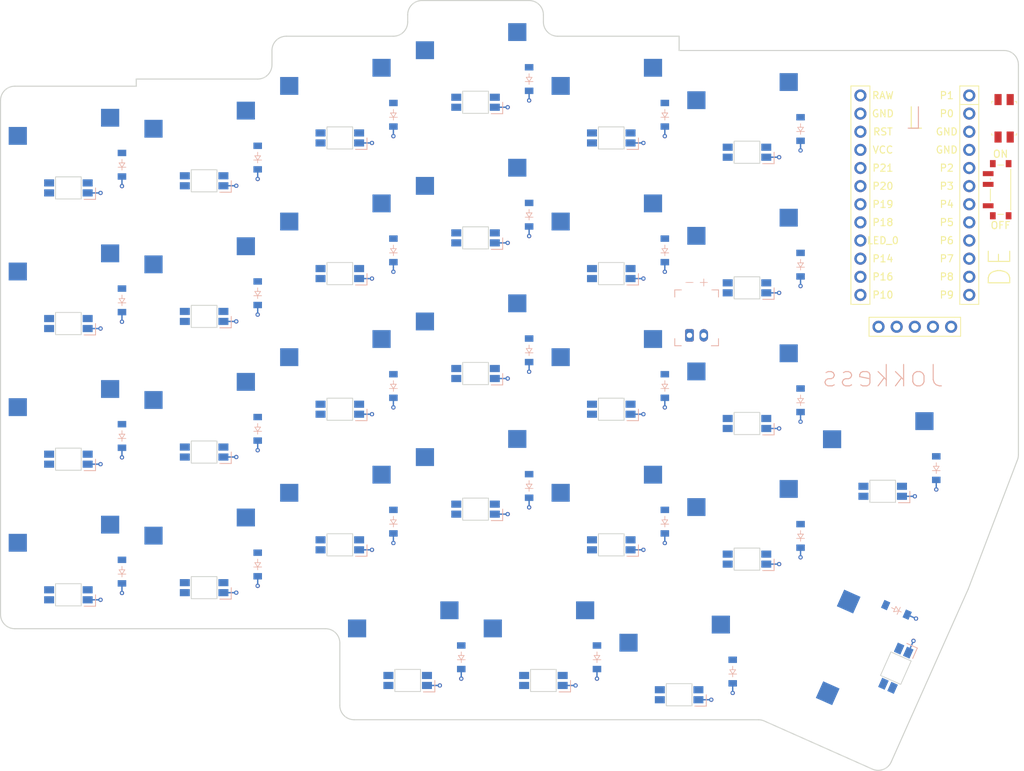
<source format=kicad_pcb>
(kicad_pcb (version 20240108) (generator "ergogen") (generator_version "4.1.0")
  (title_block (title "left") (date "2024-12-19") (rev "0.1") (company "jokkess"))
  (layers (0 "F.Cu" signal) (31 "B.Cu" signal) (34 "B.Paste" user) (35 "F.Paste" user) (36 "B.SilkS" user "B.Silkscreen") (37 "F.SilkS" user "F.Silkscreen") (38 "B.Mask" user) (39 "F.Mask" user) (44 "Edge.Cuts" user))
  (net 0 "")
  (net 1 "P1")
  (net 2 "outer_bottom")
  (net 3 "GND")
  (net 4 "D1")
  (net 5 "D2")
  (net 6 "outer_home")
  (net 7 "outer_top")
  (net 8 "outer_number")
  (net 9 "P0")
  (net 10 "pinky_bottom")
  (net 11 "pinky_home")
  (net 12 "pinky_top")
  (net 13 "pinky_number")
  (net 14 "P2")
  (net 15 "ring_bottom")
  (net 16 "ring_home")
  (net 17 "ring_top")
  (net 18 "ring_number")
  (net 19 "P3")
  (net 20 "middle_bottom")
  (net 21 "middle_home")
  (net 22 "middle_top")
  (net 23 "middle_number")
  (net 24 "P4")
  (net 25 "index_bottom")
  (net 26 "index_home")
  (net 27 "index_top")
  (net 28 "index_number")
  (net 29 "P20")
  (net 30 "inner_bottom")
  (net 31 "inner_home")
  (net 32 "inner_top")
  (net 33 "inner_number")
  (net 34 "near_bottom")
  (net 35 "home_bottom")
  (net 36 "far_bottom")
  (net 37 "double_bottom")
  (net 38 "main_main")
  (net 39 "VCC")
  (net 40 "LED_26")
  (net 41 "LED_25")
  (net 42 "LED_27")
  (net 43 "LED_28")
  (net 44 "LED_29")
  (net 45 "LED_24")
  (net 46 "LED_23")
  (net 47 "LED_22")
  (net 48 "LED_21")
  (net 49 "LED_18")
  (net 50 "LED_17")
  (net 51 "LED_19")
  (net 52 "LED_20")
  (net 53 "LED_15")
  (net 54 "LED_14")
  (net 55 "LED_13")
  (net 56 "LED_12")
  (net 57 "LED_11")
  (net 58 "LED_8")
  (net 59 "LED_7")
  (net 60 "LED_9")
  (net 61 "LED_10")
  (net 62 "LED_4")
  (net 63 "LED_3")
  (net 64 "LED_2")
  (net 65 "LED_1")
  (net 66 "LED_0")
  (net 67 "LED_16")
  (net 68 "LED_6")
  (net 69 "LED_5")
  (net 70 "RAW")
  (net 71 "RST")
  (net 72 "P21")
  (net 73 "P19")
  (net 74 "P18")
  (net 75 "P14")
  (net 76 "P16")
  (net 77 "P10")
  (net 78 "P5")
  (net 79 "P6")
  (net 80 "P7")
  (net 81 "P8")
  (net 82 "P9")
  (net 83 "P101")
  (net 84 "P102")
  (net 85 "P107")
  (net 86 "MCU1_24")
  (net 87 "MCU1_1")
  (net 88 "MCU1_23")
  (net 89 "MCU1_2")
  (net 90 "MCU1_22")
  (net 91 "MCU1_3")
  (net 92 "MCU1_21")
  (net 93 "MCU1_4")
  (net 94 "MCU1_20")
  (net 95 "MCU1_5")
  (net 96 "MCU1_19")
  (net 97 "MCU1_6")
  (net 98 "MCU1_18")
  (net 99 "MCU1_7")
  (net 100 "MCU1_17")
  (net 101 "MCU1_8")
  (net 102 "MCU1_16")
  (net 103 "MCU1_9")
  (net 104 "MCU1_15")
  (net 105 "MCU1_10")
  (net 106 "MCU1_14")
  (net 107 "MCU1_11")
  (net 108 "MCU1_13")
  (net 109 "MCU1_12")
  (net 110 "DISP1_1")
  (net 111 "DISP1_2")
  (net 112 "DISP1_4")
  (net 113 "DISP1_5")
  (net 114 "pos")
  (net 115 "JST1_1")
  (net 116 "JST1_2")
  (footprint "ceoloide:switch_mx" (layer "B.Cu") (at 148 170 0)
    (property "Reference" "S1" hide)
  )
  (footprint "ceoloide:switch_mx" (layer "B.Cu") (at 148 151 0)
    (property "Reference" "S2" hide)
  )
  (footprint "ceoloide:switch_mx" (layer "B.Cu") (at 148 132 0)
    (property "Reference" "S3" hide)
  )
  (footprint "ceoloide:switch_mx" (layer "B.Cu") (at 148 113 0)
    (property "Reference" "S4" hide)
  )
  (footprint "ceoloide:switch_mx" (layer "B.Cu") (at 167 169 0)
    (property "Reference" "S5" hide)
  )
  (footprint "ceoloide:switch_mx" (layer "B.Cu") (at 167 150 0)
    (property "Reference" "S6" hide)
  )
  (footprint "ceoloide:switch_mx" (layer "B.Cu") (at 167 131 0)
    (property "Reference" "S7" hide)
  )
  (footprint "ceoloide:switch_mx" (layer "B.Cu") (at 167 112 0)
    (property "Reference" "S8" hide)
  )
  (footprint "ceoloide:switch_mx" (layer "B.Cu") (at 186 163 0)
    (property "Reference" "S9" hide)
  )
  (footprint "ceoloide:switch_mx" (layer "B.Cu") (at 186 144 0)
    (property "Reference" "S10" hide)
  )
  (footprint "ceoloide:switch_mx" (layer "B.Cu") (at 186 125 0)
    (property "Reference" "S11" hide)
  )
  (footprint "ceoloide:switch_mx" (layer "B.Cu") (at 186 106 0)
    (property "Reference" "S12" hide)
  )
  (footprint "ceoloide:switch_mx" (layer "B.Cu") (at 205 158 0)
    (property "Reference" "S13" hide)
  )
  (footprint "ceoloide:switch_mx" (layer "B.Cu") (at 205 139 0)
    (property "Reference" "S14" hide)
  )
  (footprint "ceoloide:switch_mx" (layer "B.Cu") (at 205 120 0)
    (property "Reference" "S15" hide)
  )
  (footprint "ceoloide:switch_mx" (layer "B.Cu") (at 205 101 0)
    (property "Reference" "S16" hide)
  )
  (footprint "ceoloide:switch_mx" (layer "B.Cu") (at 224 163 0)
    (property "Reference" "S17" hide)
  )
  (footprint "ceoloide:switch_mx" (layer "B.Cu") (at 224 144 0)
    (property "Reference" "S18" hide)
  )
  (footprint "ceoloide:switch_mx" (layer "B.Cu") (at 224 125 0)
    (property "Reference" "S19" hide)
  )
  (footprint "ceoloide:switch_mx" (layer "B.Cu") (at 224 106 0)
    (property "Reference" "S20" hide)
  )
  (footprint "ceoloide:switch_mx" (layer "B.Cu") (at 243 165 0)
    (property "Reference" "S21" hide)
  )
  (footprint "ceoloide:switch_mx" (layer "B.Cu") (at 243 146 0)
    (property "Reference" "S22" hide)
  )
  (footprint "ceoloide:switch_mx" (layer "B.Cu") (at 243 127 0)
    (property "Reference" "S23" hide)
  )
  (footprint "ceoloide:switch_mx" (layer "B.Cu") (at 243 108 0)
    (property "Reference" "S24" hide)
  )
  (footprint "ceoloide:switch_mx" (layer "B.Cu") (at 195.5 182 0)
    (property "Reference" "S25" hide)
  )
  (footprint "ceoloide:switch_mx" (layer "B.Cu") (at 214.5 182 0)
    (property "Reference" "S26" hide)
  )
  (footprint "ceoloide:switch_mx" (layer "B.Cu") (at 233.5 184 0)
    (property "Reference" "S27" hide)
  )
  (footprint "ceoloide:switch_mx" (layer "B.Cu") (at 259.5 183.1 66)
    (property "Reference" "S28" hide)
  )
  (footprint "ceoloide:switch_mx" (layer "B.Cu") (at 262 155.5 0)
    (property "Reference" "S29" hide)
  )
  (footprint "ceoloide:led_SK6812mini-e (per-keysingle-side)" (layer "B.Cu") (at 148 174.75 180)
    (property "Reference" "LED1" hide)
    (fp_rect (start -1.8 -1.55) (end 1.8 1.55) (layer "Edge.Cuts") (stroke (width 0.12)) (fill none))
  )
  (segment (start 150.7 175.45) (end 152.5 175.45) (width 0.2) (layer "B.Cu") (net 3))
  (via (at 152.5 175.45) (size 0.6) (drill 0.3) (layers "F.Cu" "B.Cu") (net 3))
  (footprint "ceoloide:led_SK6812mini-e (per-keysingle-side)" (layer "B.Cu") (at 148 155.75 180)
    (property "Reference" "LED2" hide)
    (fp_rect (start -1.8 -1.55) (end 1.8 1.55) (layer "Edge.Cuts") (stroke (width 0.12)) (fill none))
  )
  (segment (start 150.7 156.45) (end 152.5 156.45) (width 0.2) (layer "B.Cu") (net 3))
  (via (at 152.5 156.45) (size 0.6) (drill 0.3) (layers "F.Cu" "B.Cu") (net 3))
  (footprint "ceoloide:led_SK6812mini-e (per-keysingle-side)" (layer "B.Cu") (at 148 136.75 180)
    (property "Reference" "LED3" hide)
    (fp_rect (start -1.8 -1.55) (end 1.8 1.55) (layer "Edge.Cuts") (stroke (width 0.12)) (fill none))
  )
  (segment (start 150.7 137.45) (end 152.5 137.45) (width 0.2) (layer "B.Cu") (net 3))
  (via (at 152.5 137.45) (size 0.6) (drill 0.3) (layers "F.Cu" "B.Cu") (net 3))
  (footprint "ceoloide:led_SK6812mini-e (per-keysingle-side)" (layer "B.Cu") (at 148 117.75 180)
    (property "Reference" "LED4" hide)
    (fp_rect (start -1.8 -1.55) (end 1.8 1.55) (layer "Edge.Cuts") (stroke (width 0.12)) (fill none))
  )
  (segment (start 150.7 118.45) (end 152.5 118.45) (width 0.2) (layer "B.Cu") (net 3))
  (via (at 152.5 118.45) (size 0.6) (drill 0.3) (layers "F.Cu" "B.Cu") (net 3))
  (footprint "ceoloide:led_SK6812mini-e (per-keysingle-side)" (layer "B.Cu") (at 167 173.75 180)
    (property "Reference" "LED5" hide)
    (fp_rect (start -1.8 -1.55) (end 1.8 1.55) (layer "Edge.Cuts") (stroke (width 0.12)) (fill none))
  )
  (segment (start 169.7 174.45) (end 171.5 174.45) (width 0.2) (layer "B.Cu") (net 3))
  (via (at 171.5 174.45) (size 0.6) (drill 0.3) (layers "F.Cu" "B.Cu") (net 3))
  (footprint "ceoloide:led_SK6812mini-e (per-keysingle-side)" (layer "B.Cu") (at 167 154.75 180)
    (property "Reference" "LED6" hide)
    (fp_rect (start -1.8 -1.55) (end 1.8 1.55) (layer "Edge.Cuts") (stroke (width 0.12)) (fill none))
  )
  (segment (start 169.7 155.45) (end 171.5 155.45) (width 0.2) (layer "B.Cu") (net 3))
  (via (at 171.5 155.45) (size 0.6) (drill 0.3) (layers "F.Cu" "B.Cu") (net 3))
  (footprint "ceoloide:led_SK6812mini-e (per-keysingle-side)" (layer "B.Cu") (at 167 135.75 180)
    (property "Reference" "LED7" hide)
    (fp_rect (start -1.8 -1.55) (end 1.8 1.55) (layer "Edge.Cuts") (stroke (width 0.12)) (fill none))
  )
  (segment (start 169.7 136.45) (end 171.5 136.45) (width 0.2) (layer "B.Cu") (net 3))
  (via (at 171.5 136.45) (size 0.6) (drill 0.3) (layers "F.Cu" "B.Cu") (net 3))
  (footprint "ceoloide:led_SK6812mini-e (per-keysingle-side)" (layer "B.Cu") (at 167 116.75 180)
    (property "Reference" "LED8" hide)
    (fp_rect (start -1.8 -1.55) (end 1.8 1.55) (layer "Edge.Cuts") (stroke (width 0.12)) (fill none))
  )
  (segment (start 169.7 117.45) (end 171.5 117.45) (width 0.2) (layer "B.Cu") (net 3))
  (via (at 171.5 117.45) (size 0.6) (drill 0.3) (layers "F.Cu" "B.Cu") (net 3))
  (footprint "ceoloide:led_SK6812mini-e (per-keysingle-side)" (layer "B.Cu") (at 186 167.75 180)
    (property "Reference" "LED9" hide)
    (fp_rect (start -1.8 -1.55) (end 1.8 1.55) (layer "Edge.Cuts") (stroke (width 0.12)) (fill none))
  )
  (segment (start 188.7 168.45) (end 190.5 168.45) (width 0.2) (layer "B.Cu") (net 3))
  (via (at 190.5 168.45) (size 0.6) (drill 0.3) (layers "F.Cu" "B.Cu") (net 3))
  (footprint "ceoloide:led_SK6812mini-e (per-keysingle-side)" (layer "B.Cu") (at 186 148.75 180)
    (property "Reference" "LED10" hide)
    (fp_rect (start -1.8 -1.55) (end 1.8 1.55) (layer "Edge.Cuts") (stroke (width 0.12)) (fill none))
  )
  (segment (start 188.7 149.45) (end 190.5 149.45) (width 0.2) (layer "B.Cu") (net 3))
  (via (at 190.5 149.45) (size 0.6) (drill 0.3) (layers "F.Cu" "B.Cu") (net 3))
  (footprint "ceoloide:led_SK6812mini-e (per-keysingle-side)" (layer "B.Cu") (at 186 129.75 180)
    (property "Reference" "LED11" hide)
    (fp_rect (start -1.8 -1.55) (end 1.8 1.55) (layer "Edge.Cuts") (stroke (width 0.12)) (fill none))
  )
  (segment (start 188.7 130.45) (end 190.5 130.45) (width 0.2) (layer "B.Cu") (net 3))
  (via (at 190.5 130.45) (size 0.6) (drill 0.3) (layers "F.Cu" "B.Cu") (net 3))
  (footprint "ceoloide:led_SK6812mini-e (per-keysingle-side)" (layer "B.Cu") (at 186 110.75 180)
    (property "Reference" "LED12" hide)
    (fp_rect (start -1.8 -1.55) (end 1.8 1.55) (layer "Edge.Cuts") (stroke (width 0.12)) (fill none))
  )
  (segment (start 188.7 111.45) (end 190.5 111.45) (width 0.2) (layer "B.Cu") (net 3))
  (via (at 190.5 111.45) (size 0.6) (drill 0.3) (layers "F.Cu" "B.Cu") (net 3))
  (footprint "ceoloide:led_SK6812mini-e (per-keysingle-side)" (layer "B.Cu") (at 205 162.75 180)
    (property "Reference" "LED13" hide)
    (fp_rect (start -1.8 -1.55) (end 1.8 1.55) (layer "Edge.Cuts") (stroke (width 0.12)) (fill none))
  )
  (segment (start 207.7 163.45) (end 209.5 163.45) (width 0.2) (layer "B.Cu") (net 3))
  (via (at 209.5 163.45) (size 0.6) (drill 0.3) (layers "F.Cu" "B.Cu") (net 3))
  (footprint "ceoloide:led_SK6812mini-e (per-keysingle-side)" (layer "B.Cu") (at 205 143.75 180)
    (property "Reference" "LED14" hide)
    (fp_rect (start -1.8 -1.55) (end 1.8 1.55) (layer "Edge.Cuts") (stroke (width 0.12)) (fill none))
  )
  (segment (start 207.7 144.45) (end 209.5 144.45) (width 0.2) (layer "B.Cu") (net 3))
  (via (at 209.5 144.45) (size 0.6) (drill 0.3) (layers "F.Cu" "B.Cu") (net 3))
  (footprint "ceoloide:led_SK6812mini-e (per-keysingle-side)" (layer "B.Cu") (at 205 124.75 180)
    (property "Reference" "LED15" hide)
    (fp_rect (start -1.8 -1.55) (end 1.8 1.55) (layer "Edge.Cuts") (stroke (width 0.12)) (fill none))
  )
  (segment (start 207.7 125.45) (end 209.5 125.45) (width 0.2) (layer "B.Cu") (net 3))
  (via (at 209.5 125.45) (size 0.6) (drill 0.3) (layers "F.Cu" "B.Cu") (net 3))
  (footprint "ceoloide:led_SK6812mini-e (per-keysingle-side)" (layer "B.Cu") (at 205 105.75 180)
    (property "Reference" "LED16" hide)
    (fp_rect (start -1.8 -1.55) (end 1.8 1.55) (layer "Edge.Cuts") (stroke (width 0.12)) (fill none))
  )
  (segment (start 207.7 106.45) (end 209.5 106.45) (width 0.2) (layer "B.Cu") (net 3))
  (via (at 209.5 106.45) (size 0.6) (drill 0.3) (layers "F.Cu" "B.Cu") (net 3))
  (footprint "ceoloide:led_SK6812mini-e (per-keysingle-side)" (layer "B.Cu") (at 224 167.75 180)
    (property "Reference" "LED17" hide)
    (fp_rect (start -1.8 -1.55) (end 1.8 1.55) (layer "Edge.Cuts") (stroke (width 0.12)) (fill none))
  )
  (segment (start 226.7 168.45) (end 228.5 168.45) (width 0.2) (layer "B.Cu") (net 3))
  (via (at 228.5 168.45) (size 0.6) (drill 0.3) (layers "F.Cu" "B.Cu") (net 3))
  (footprint "ceoloide:led_SK6812mini-e (per-keysingle-side)" (layer "B.Cu") (at 224 148.75 180)
    (property "Reference" "LED18" hide)
    (fp_rect (start -1.8 -1.55) (end 1.8 1.55) (layer "Edge.Cuts") (stroke (width 0.12)) (fill none))
  )
  (segment (start 226.7 149.45) (end 228.5 149.45) (width 0.2) (layer "B.Cu") (net 3))
  (via (at 228.5 149.45) (size 0.6) (drill 0.3) (layers "F.Cu" "B.Cu") (net 3))
  (footprint "ceoloide:led_SK6812mini-e (per-keysingle-side)" (layer "B.Cu") (at 224 129.75 180)
    (property "Reference" "LED19" hide)
    (fp_rect (start -1.8 -1.55) (end 1.8 1.55) (layer "Edge.Cuts") (stroke (width 0.12)) (fill none))
  )
  (segment (start 226.7 130.45) (end 228.5 130.45) (width 0.2) (layer "B.Cu") (net 3))
  (via (at 228.5 130.45) (size 0.6) (drill 0.3) (layers "F.Cu" "B.Cu") (net 3))
  (footprint "ceoloide:led_SK6812mini-e (per-keysingle-side)" (layer "B.Cu") (at 224 110.75 180)
    (property "Reference" "LED20" hide)
    (fp_rect (start -1.8 -1.55) (end 1.8 1.55) (layer "Edge.Cuts") (stroke (width 0.12)) (fill none))
  )
  (segment (start 226.7 111.45) (end 228.5 111.45) (width 0.2) (layer "B.Cu") (net 3))
  (via (at 228.5 111.45) (size 0.6) (drill 0.3) (layers "F.Cu" "B.Cu") (net 3))
  (footprint "ceoloide:led_SK6812mini-e (per-keysingle-side)" (layer "B.Cu") (at 243 169.75 180)
    (property "Reference" "LED21" hide)
    (fp_rect (start -1.8 -1.55) (end 1.8 1.55) (layer "Edge.Cuts") (stroke (width 0.12)) (fill none))
  )
  (segment (start 245.7 170.45) (end 247.5 170.45) (width 0.2) (layer "B.Cu") (net 3))
  (via (at 247.5 170.45) (size 0.6) (drill 0.3) (layers "F.Cu" "B.Cu") (net 3))
  (footprint "ceoloide:led_SK6812mini-e (per-keysingle-side)" (layer "B.Cu") (at 243 150.75 180)
    (property "Reference" "LED22" hide)
    (fp_rect (start -1.8 -1.55) (end 1.8 1.55) (layer "Edge.Cuts") (stroke (width 0.12)) (fill none))
  )
  (segment (start 245.7 151.45) (end 247.5 151.45) (width 0.2) (layer "B.Cu") (net 3))
  (via (at 247.5 151.45) (size 0.6) (drill 0.3) (layers "F.Cu" "B.Cu") (net 3))
  (footprint "ceoloide:led_SK6812mini-e (per-keysingle-side)" (layer "B.Cu") (at 243 131.75 180)
    (property "Reference" "LED23" hide)
    (fp_rect (start -1.8 -1.55) (end 1.8 1.55) (layer "Edge.Cuts") (stroke (width 0.12)) (fill none))
  )
  (segment (start 245.7 132.45) (end 247.5 132.45) (width 0.2) (layer "B.Cu") (net 3))
  (via (at 247.5 132.45) (size 0.6) (drill 0.3) (layers "F.Cu" "B.Cu") (net 3))
  (footprint "ceoloide:led_SK6812mini-e (per-keysingle-side)" (layer "B.Cu") (at 243 112.75 180)
    (property "Reference" "LED24" hide)
    (fp_rect (start -1.8 -1.55) (end 1.8 1.55) (layer "Edge.Cuts") (stroke (width 0.12)) (fill none))
  )
  (segment (start 245.7 113.45) (end 247.5 113.45) (width 0.2) (layer "B.Cu") (net 3))
  (via (at 247.5 113.45) (size 0.6) (drill 0.3) (layers "F.Cu" "B.Cu") (net 3))
  (footprint "ceoloide:led_SK6812mini-e (per-keysingle-side)" (layer "B.Cu") (at 195.5 186.75 180)
    (property "Reference" "LED25" hide)
    (fp_rect (start -1.8 -1.55) (end 1.8 1.55) (layer "Edge.Cuts") (stroke (width 0.12)) (fill none))
  )
  (segment (start 198.2 187.45) (end 200 187.45) (width 0.2) (layer "B.Cu") (net 3))
  (via (at 200 187.45) (size 0.6) (drill 0.3) (layers "F.Cu" "B.Cu") (net 3))
  (footprint "ceoloide:led_SK6812mini-e (per-keysingle-side)" (layer "B.Cu") (at 214.5 186.75 180)
    (property "Reference" "LED26" hide)
    (fp_rect (start -1.8 -1.55) (end 1.8 1.55) (layer "Edge.Cuts") (stroke (width 0.12)) (fill none))
  )
  (segment (start 217.2 187.45) (end 219 187.45) (width 0.2) (layer "B.Cu") (net 3))
  (via (at 219 187.45) (size 0.6) (drill 0.3) (layers "F.Cu" "B.Cu") (net 3))
  (footprint "ceoloide:led_SK6812mini-e (per-keysingle-side)" (layer "B.Cu") (at 233.5 188.75 180)
    (property "Reference" "LED27" hide)
    (fp_rect (start -1.8 -1.55) (end 1.8 1.55) (layer "Edge.Cuts") (stroke (width 0.12)) (fill none))
  )
  (segment (start 236.2 189.45) (end 238 189.45) (width 0.2) (layer "B.Cu") (net 3))
  (via (at 238 189.45) (size 0.6) (drill 0.3) (layers "F.Cu" "B.Cu") (net 3))
  (footprint "ceoloide:led_SK6812mini-e (per-keysingle-side)" (layer "B.Cu") (at 263.8393409 185.0319991 246)
    (property "Reference" "LED28" hide)
    (fp_rect (start -1.8 -1.55) (end 1.8 1.55) (layer "Edge.Cuts") (stroke (width 0.12)) (fill none))
  )
  (segment (start 265.5770117 182.850142) (end 266.30913760000004 181.20576020000001) (width 0.2) (layer "B.Cu") (net 3))
  (via (at 266.30913760000004 181.20576020000001) (size 0.6) (drill 0.3) (layers "F.Cu" "B.Cu") (net 3))
  (footprint "ceoloide:led_SK6812mini-e (per-keysingle-side)" (layer "B.Cu") (at 262 160.25 180)
    (property "Reference" "LED29" hide)
    (fp_rect (start -1.8 -1.55) (end 1.8 1.55) (layer "Edge.Cuts") (stroke (width 0.12)) (fill none))
  )
  (segment (start 264.7 160.95) (end 266.5 160.95) (width 0.2) (layer "B.Cu") (net 3))
  (via (at 266.5 160.95) (size 0.6) (drill 0.3) (layers "F.Cu" "B.Cu") (net 3))
  (footprint "ceoloide:mcu_supermini_nrf52840" (layer "F.Cu") (at 266.5 117.5 0)
    (property "Reference" "MCU1" hide)
  )
  (footprint "ceoloide:display_nice_view" (layer F.Cu) (at 266.5 120.5 0)
    (property "Reference" "DISP1" hide)
  )
  (footprint "ceoloide:diode_tht_sod123" (layer "B.Cu") (at 155.5 171.5 90)
    (property "Reference" "D1" hide)
  )
  (via (at 155.5 174.5) (size 0.6) (drill 0.3) (layers "F.Cu" "B.Cu") (net 77))
  (segment (start 155.5 173.15) (end 155.5 174.5) (width 0.20) (layer "B.Cu") (net 77))
  (footprint "ceoloide:diode_tht_sod123" (layer "B.Cu") (at 155.5 152.5 90)
    (property "Reference" "D2" hide)
  )
  (via (at 155.5 155.5) (size 0.6) (drill 0.3) (layers "F.Cu" "B.Cu") (net 76))
  (segment (start 155.5 154.15) (end 155.5 155.5) (width 0.20) (layer "B.Cu") (net 76))
  (footprint "ceoloide:diode_tht_sod123" (layer "B.Cu") (at 155.5 133.5 90)
    (property "Reference" "D3" hide)
  )
  (via (at 155.5 136.5) (size 0.6) (drill 0.3) (layers "F.Cu" "B.Cu") (net 73))
  (segment (start 155.5 135.15) (end 155.5 136.5) (width 0.20) (layer "B.Cu") (net 73))
  (footprint "ceoloide:diode_tht_sod123" (layer "B.Cu") (at 155.5 114.5 90)
    (property "Reference" "D4" hide)
  )
  (via (at 155.5 117.5) (size 0.6) (drill 0.3) (layers "F.Cu" "B.Cu") (net 72))
  (segment (start 155.5 116.15) (end 155.5 117.5) (width 0.20) (layer "B.Cu") (net 72))
  (footprint "ceoloide:diode_tht_sod123" (layer "B.Cu") (at 174.5 170.5 90)
    (property "Reference" "D5" hide)
  )
  (via (at 174.5 173.5) (size 0.6) (drill 0.3) (layers "F.Cu" "B.Cu") (net 77))
  (segment (start 174.5 172.15) (end 174.5 173.5) (width 0.20) (layer "B.Cu") (net 77))
  (footprint "ceoloide:diode_tht_sod123" (layer "B.Cu") (at 174.5 151.5 90)
    (property "Reference" "D6" hide)
  )
  (via (at 174.5 154.5) (size 0.6) (drill 0.3) (layers "F.Cu" "B.Cu") (net 76))
  (segment (start 174.5 153.15) (end 174.5 154.5) (width 0.20) (layer "B.Cu") (net 76))
  (footprint "ceoloide:diode_tht_sod123" (layer "B.Cu") (at 174.5 132.5 90)
    (property "Reference" "D7" hide)
  )
  (via (at 174.5 135.5) (size 0.6) (drill 0.3) (layers "F.Cu" "B.Cu") (net 73))
  (segment (start 174.5 134.15) (end 174.5 135.5) (width 0.20) (layer "B.Cu") (net 73))
  (footprint "ceoloide:diode_tht_sod123" (layer "B.Cu") (at 174.5 113.5 90)
    (property "Reference" "D8" hide)
  )
  (via (at 174.5 116.5) (size 0.6) (drill 0.3) (layers "F.Cu" "B.Cu") (net 72))
  (segment (start 174.5 115.15) (end 174.5 116.5) (width 0.20) (layer "B.Cu") (net 72))
  (footprint "ceoloide:diode_tht_sod123" (layer "B.Cu") (at 193.5 164.5 90)
    (property "Reference" "D9" hide)
  )
  (via (at 193.5 167.5) (size 0.6) (drill 0.3) (layers "F.Cu" "B.Cu") (net 77))
  (segment (start 193.5 166.15) (end 193.5 167.5) (width 0.20) (layer "B.Cu") (net 77))
  (footprint "ceoloide:diode_tht_sod123" (layer "B.Cu") (at 193.5 145.5 90)
    (property "Reference" "D10" hide)
  )
  (via (at 193.5 148.5) (size 0.6) (drill 0.3) (layers "F.Cu" "B.Cu") (net 76))
  (segment (start 193.5 147.15) (end 193.5 148.5) (width 0.20) (layer "B.Cu") (net 76))
  (footprint "ceoloide:diode_tht_sod123" (layer "B.Cu") (at 193.5 126.5 90)
    (property "Reference" "D11" hide)
  )
  (via (at 193.5 129.5) (size 0.6) (drill 0.3) (layers "F.Cu" "B.Cu") (net 73))
  (segment (start 193.5 128.15) (end 193.5 129.5) (width 0.20) (layer "B.Cu") (net 73))
  (footprint "ceoloide:diode_tht_sod123" (layer "B.Cu") (at 193.5 107.5 90)
    (property "Reference" "D12" hide)
  )
  (via (at 193.5 110.5) (size 0.6) (drill 0.3) (layers "F.Cu" "B.Cu") (net 72))
  (segment (start 193.5 109.15) (end 193.5 110.5) (width 0.20) (layer "B.Cu") (net 72))
  (footprint "ceoloide:diode_tht_sod123" (layer "B.Cu") (at 212.5 159.5 90)
    (property "Reference" "D13" hide)
  )
  (via (at 212.5 162.5) (size 0.6) (drill 0.3) (layers "F.Cu" "B.Cu") (net 77))
  (segment (start 212.5 161.15) (end 212.5 162.5) (width 0.20) (layer "B.Cu") (net 77))
  (footprint "ceoloide:diode_tht_sod123" (layer "B.Cu") (at 212.5 140.5 90)
    (property "Reference" "D14" hide)
  )
  (via (at 212.5 143.5) (size 0.6) (drill 0.3) (layers "F.Cu" "B.Cu") (net 76))
  (segment (start 212.5 142.15) (end 212.5 143.5) (width 0.20) (layer "B.Cu") (net 76))
  (footprint "ceoloide:diode_tht_sod123" (layer "B.Cu") (at 212.5 121.5 90)
    (property "Reference" "D15" hide)
  )
  (via (at 212.5 124.5) (size 0.6) (drill 0.3) (layers "F.Cu" "B.Cu") (net 73))
  (segment (start 212.5 123.15) (end 212.5 124.5) (width 0.20) (layer "B.Cu") (net 73))
  (footprint "ceoloide:diode_tht_sod123" (layer "B.Cu") (at 212.5 102.5 90)
    (property "Reference" "D16" hide)
  )
  (via (at 212.5 105.5) (size 0.6) (drill 0.3) (layers "F.Cu" "B.Cu") (net 72))
  (segment (start 212.5 104.15) (end 212.5 105.5) (width 0.20) (layer "B.Cu") (net 72))
  (footprint "ceoloide:diode_tht_sod123" (layer "B.Cu") (at 231.5 164.5 90)
    (property "Reference" "D17" hide)
  )
  (via (at 231.5 167.5) (size 0.6) (drill 0.3) (layers "F.Cu" "B.Cu") (net 77))
  (segment (start 231.5 166.15) (end 231.5 167.5) (width 0.20) (layer "B.Cu") (net 77))
  (footprint "ceoloide:diode_tht_sod123" (layer "B.Cu") (at 231.5 145.5 90)
    (property "Reference" "D18" hide)
  )
  (via (at 231.5 148.5) (size 0.6) (drill 0.3) (layers "F.Cu" "B.Cu") (net 76))
  (segment (start 231.5 147.15) (end 231.5 148.5) (width 0.20) (layer "B.Cu") (net 76))
  (footprint "ceoloide:diode_tht_sod123" (layer "B.Cu") (at 231.5 126.5 90)
    (property "Reference" "D19" hide)
  )
  (via (at 231.5 129.5) (size 0.6) (drill 0.3) (layers "F.Cu" "B.Cu") (net 73))
  (segment (start 231.5 128.15) (end 231.5 129.5) (width 0.20) (layer "B.Cu") (net 73))
  (footprint "ceoloide:diode_tht_sod123" (layer "B.Cu") (at 231.5 107.5 90)
    (property "Reference" "D20" hide)
  )
  (via (at 231.5 110.5) (size 0.6) (drill 0.3) (layers "F.Cu" "B.Cu") (net 72))
  (segment (start 231.5 109.15) (end 231.5 110.5) (width 0.20) (layer "B.Cu") (net 72))
  (footprint "ceoloide:diode_tht_sod123" (layer "B.Cu") (at 250.5 166.5 90)
    (property "Reference" "D21" hide)
  )
  (via (at 250.5 169.5) (size 0.6) (drill 0.3) (layers "F.Cu" "B.Cu") (net 77))
  (segment (start 250.5 168.15) (end 250.5 169.5) (width 0.20) (layer "B.Cu") (net 77))
  (footprint "ceoloide:diode_tht_sod123" (layer "B.Cu") (at 250.5 147.5 90)
    (property "Reference" "D22" hide)
  )
  (via (at 250.5 150.5) (size 0.6) (drill 0.3) (layers "F.Cu" "B.Cu") (net 76))
  (segment (start 250.5 149.15) (end 250.5 150.5) (width 0.20) (layer "B.Cu") (net 76))
  (footprint "ceoloide:diode_tht_sod123" (layer "B.Cu") (at 250.5 128.5 90)
    (property "Reference" "D23" hide)
  )
  (via (at 250.5 131.5) (size 0.6) (drill 0.3) (layers "F.Cu" "B.Cu") (net 73))
  (segment (start 250.5 130.15) (end 250.5 131.5) (width 0.20) (layer "B.Cu") (net 73))
  (footprint "ceoloide:diode_tht_sod123" (layer "B.Cu") (at 250.5 109.5 90)
    (property "Reference" "D24" hide)
  )
  (via (at 250.5 112.5) (size 0.6) (drill 0.3) (layers "F.Cu" "B.Cu") (net 72))
  (segment (start 250.5 111.15) (end 250.5 112.5) (width 0.20) (layer "B.Cu") (net 72))
  (footprint "ceoloide:diode_tht_sod123" (layer "B.Cu") (at 203 183.5 90)
    (property "Reference" "D25" hide)
  )
  (via (at 203 186.5) (size 0.6) (drill 0.3) (layers "F.Cu" "B.Cu") (net 82))
  (segment (start 203 185.15) (end 203 186.5) (width 0.20) (layer "B.Cu") (net 82))
  (footprint "ceoloide:diode_tht_sod123" (layer "B.Cu") (at 222 183.5 90)
    (property "Reference" "D26" hide)
  )
  (via (at 222 186.5) (size 0.6) (drill 0.3) (layers "F.Cu" "B.Cu") (net 82))
  (segment (start 222 185.15) (end 222 186.5) (width 0.20) (layer "B.Cu") (net 82))
  (footprint "ceoloide:diode_tht_sod123" (layer "B.Cu") (at 241 185.5 90)
    (property "Reference" "D27" hide)
  )
  (via (at 241 188.5) (size 0.6) (drill 0.3) (layers "F.Cu" "B.Cu") (net 82))
  (segment (start 241 187.15) (end 241 188.5) (width 0.20) (layer "B.Cu") (net 82))
  (footprint "ceoloide:diode_tht_sod123" (layer "B.Cu") (at 263.920843 176.85851399999999 156)
    (property "Reference" "D28" hide)
  )
  (via (at 266.6614794 178.07872389999997) (size 0.6) (drill 0.3) (layers "F.Cu" "B.Cu") (net 82))
  (segment (start 265.42819299999996 177.5296295) (end 266.6614794 178.07872389999997) (width 0.20) (layer "B.Cu") (net 82))
  (footprint "ceoloide:diode_tht_sod123" (layer "B.Cu") (at 269.5 157 90)
    (property "Reference" "D29" hide)
  )
  (via (at 269.5 160) (size 0.6) (drill 0.3) (layers "F.Cu" "B.Cu") (net 82))
  (segment (start 269.5 158.65) (end 269.5 160) (width 0.20) (layer "B.Cu") (net 82))
  (footprint "ceoloide:battery_connector_jst_ph_2" (layer "B.Cu") (at 235.95 138.4 180)
    (property "Reference" "JST1" hide)
  )
  (footprint "ceoloide:reset_switch_smd_side" (layer "F.Cu") (at 279 108 -90)
    (property "Reference" "RST1" hide)
  )
  (footprint "ceoloide:power_switch_smd_side" (layer "F.Cu") (at 278.5 118 0)
    (property "Reference" "PWR1" hide)
  )
  (footprint "ceoloide:mounting_hole_npth" (layer "F.Cu") (at 248.0742338 187.8646477 66)
    (property "Reference" "MH1" hide)
  )
  (footprint "ceoloide:mounting_hole_npth" (layer "F.Cu") (at 157 161.5 0)
    (property "Reference" "MH2" hide)
  )
  (footprint "ceoloide:mounting_hole_npth" (layer "F.Cu") (at 157 121.5 0)
    (property "Reference" "MH3" hide)
  )
  (footprint "ceoloide:mounting_hole_npth" (layer "F.Cu") (at 234 116.5 0)
    (property "Reference" "MH4" hide)
  )
  (footprint "ceoloide:mounting_hole_npth" (layer "F.Cu") (at 205 130.5 0)
    (property "Reference" "MH5" hide)
  )
  (gr_text "L" (at 266.5 108 0) (layer "F.SilkS") (effects (font (size 3 3))))
  (gr_text "L" (at 266.5 108 0) (layer "B.SilkS") (effects (font (size 3 3)) (justify mirror)))
  (gr_text "DE" (at 278.4 128.9 90) (layer "F.SilkS") (effects (font (size 3 3))))
  (gr_text "Jokkess" (at 262 144.1 0) (layer "B.SilkS") (effects (font (size 3 3)) (justify mirror)))
  (gr_line (start 138.5 177.5) (end 138.5 105.5) (layer Edge.Cuts) (stroke (width 0.15)))
  (gr_line (start 140.5 103.5) (end 157.5 103.5) (layer Edge.Cuts) (stroke (width 0.15)))
  (gr_line (start 157.5 103.5) (end 157.5 102.5) (layer Edge.Cuts) (stroke (width 0.15)))
  (gr_line (start 157.5 102.5) (end 174.5 102.5) (layer Edge.Cuts) (stroke (width 0.15)))
  (gr_line (start 176.5 100.5) (end 176.5 98.5) (layer Edge.Cuts) (stroke (width 0.15)))
  (gr_line (start 178.5 96.5) (end 193.5 96.5) (layer Edge.Cuts) (stroke (width 0.15)))
  (gr_line (start 195.5 94.5) (end 195.5 93.5) (layer Edge.Cuts) (stroke (width 0.15)))
  (gr_line (start 197.5 91.5) (end 212.5 91.5) (layer Edge.Cuts) (stroke (width 0.15)))
  (gr_line (start 214.5 93.5) (end 214.5 94.5) (layer Edge.Cuts) (stroke (width 0.15)))
  (gr_line (start 216.5 96.5) (end 233.5 96.5) (layer Edge.Cuts) (stroke (width 0.15)))
  (gr_line (start 233.5 96.5) (end 233.5 98.5) (layer Edge.Cuts) (stroke (width 0.15)))
  (gr_line (start 233.5 98.5) (end 279 98.5) (layer Edge.Cuts) (stroke (width 0.15)))
  (gr_line (start 281 100.5) (end 281 155.13203292000458) (layer Edge.Cuts) (stroke (width 0.15)))
  (gr_line (start 280.8690332794066 155.84387167407544) (end 273.9942530886775 173.89458075784796) (layer Edge.Cuts) (stroke (width 0.15)))
  (gr_line (start 273.95231076297165 173.99621518316326) (end 263.1961580248736 198.15492988937103) (layer Edge.Cuts) (stroke (width 0.15)))
  (gr_line (start 260.55559389178677 199.1685476636855) (end 245.4136159831583 192.42690476440325) (layer Edge.Cuts) (stroke (width 0.15)))
  (gr_line (start 244.60027920377206 192.25399571810394) (end 187.99986360000003 192.25013636268122) (layer Edge.Cuts) (stroke (width 0.15)))
  (gr_line (start 186 190.25013636268122) (end 186 181.5) (layer Edge.Cuts) (stroke (width 0.15)))
  (gr_line (start 184 179.5) (end 140.5 179.5) (layer Edge.Cuts) (stroke (width 0.15)))
  (gr_arc (start 140.5 103.5) (mid 139.0857864 104.0857864) (end 138.5 105.5) (layer Edge.Cuts) (stroke (width 0.15)))
  (gr_arc (start 174.5 102.5) (mid 175.9142136 101.9142136) (end 176.5 100.5) (layer Edge.Cuts) (stroke (width 0.15)))
  (gr_arc (start 178.5 96.5) (mid 177.0857864 97.0857864) (end 176.5 98.5) (layer Edge.Cuts) (stroke (width 0.15)))
  (gr_arc (start 193.5 96.5) (mid 194.9142136 95.9142136) (end 195.5 94.5) (layer Edge.Cuts) (stroke (width 0.15)))
  (gr_arc (start 197.5 91.5) (mid 196.0857864 92.0857864) (end 195.5 93.5) (layer Edge.Cuts) (stroke (width 0.15)))
  (gr_arc (start 214.5 93.5) (mid 213.9142136 92.0857864) (end 212.5 91.5) (layer Edge.Cuts) (stroke (width 0.15)))
  (gr_arc (start 214.5 94.5) (mid 215.0857864 95.9142136) (end 216.5 96.5) (layer Edge.Cuts) (stroke (width 0.15)))
  (gr_arc (start 281 100.5) (mid 280.4142136 99.0857864) (end 279 98.5) (layer Edge.Cuts) (stroke (width 0.15)))
  (gr_arc (start 280.8690333 155.84387172000459) (mid 280.9669858 155.49392612000457) (end 281 155.13203292000458) (layer Edge.Cuts) (stroke (width 0.15)))
  (gr_arc (start 273.9523108092709 173.9962152037771) (mid 273.9739805092709 173.94568630377708) (end 273.9942532092709 173.8945808037771) (layer Edge.Cuts) (stroke (width 0.15)))
  (gr_arc (start 260.55559387117296 199.16854770998486) (mid 262.08580307117296 199.20861760998486) (end 263.19615807117293 198.15492990998487) (layer Edge.Cuts) (stroke (width 0.15)))
  (gr_arc (start 245.4136160037721 192.42690471810397) (mid 245.01603280377208 192.29771461810395) (end 244.6002792037721 192.25399571810397) (layer Edge.Cuts) (stroke (width 0.15)))
  (gr_arc (start 186 190.25013636268122) (mid 186.5857382 191.66430166268123) (end 187.9998636 192.25013636268122) (layer Edge.Cuts) (stroke (width 0.15)))
  (gr_arc (start 186 181.5) (mid 185.4142136 180.0857864) (end 184 179.5) (layer Edge.Cuts) (stroke (width 0.15)))
  (gr_arc (start 138.5 177.5) (mid 139.0857864 178.9142136) (end 140.5 179.5) (layer Edge.Cuts) (stroke (width 0.15)))
)
</source>
